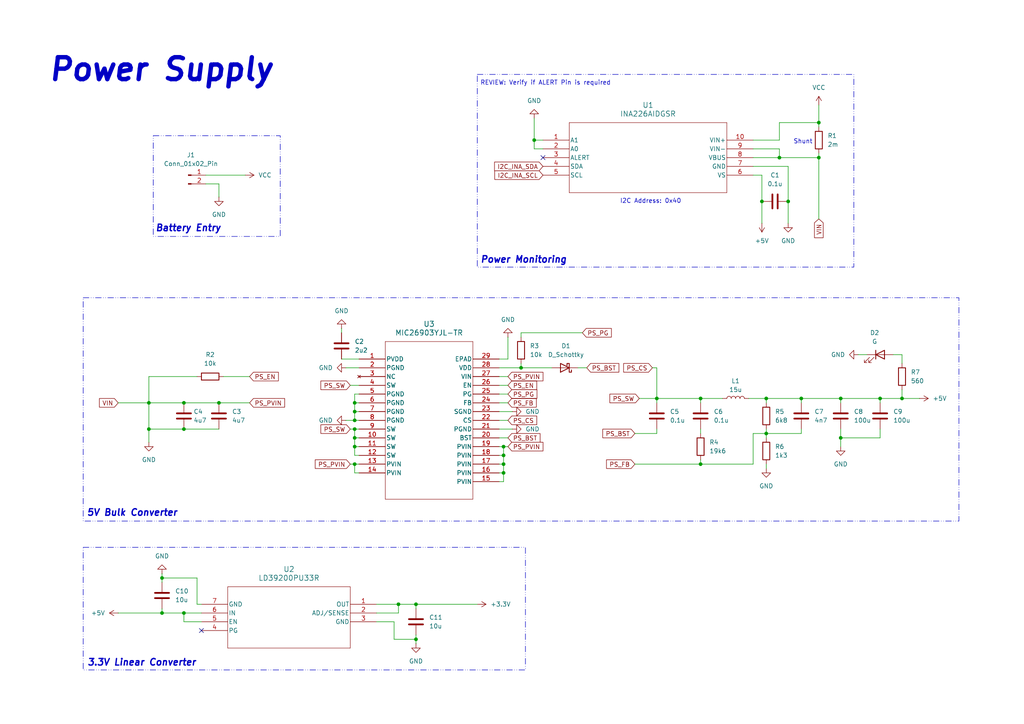
<source format=kicad_sch>
(kicad_sch (version 20250114) (generator "eeschema") (generator_version "9.0")
  (paper "A4")
  (title_block (title "Power Supply") (company "Breno Soares Alves"))
  (lib_symbols
    (symbol "Aircraft_Components:INA226AIDGSR" (pin_names (offset 0.254))
      (property "Reference" "U" (at 30.48 10.16 0))
      (property "Value" "INA226AIDGSR" (at 30.48 7.62 0))
      (symbol "INA226AIDGSR_0_1"
        (polyline (pts (xy 7.62 5.08) (xy 7.62 -15.24)) (stroke (width 0.127)))
        (polyline (pts (xy 7.62 -15.24) (xy 53.34 -15.24)) (stroke (width 0.127)))
        (polyline (pts (xy 53.34 5.08) (xy 7.62 5.08)) (stroke (width 0.127)))
        (polyline (pts (xy 53.34 -15.24) (xy 53.34 5.08)) (stroke (width 0.127)))
        (pin unspecified line (at 0 0 0) (length 7.62) (name "A1") (number "1"))
        (pin unspecified line (at 0 -2.54 0) (length 7.62) (name "A0") (number "2"))
        (pin output line (at 0 -5.08 0) (length 7.62) (name "ALERT") (number "3"))
        (pin bidirectional line (at 0 -7.62 0) (length 7.62) (name "SDA") (number "4"))
        (pin input line (at 0 -10.16 0) (length 7.62) (name "SCL") (number "5"))
        (pin input line (at 60.96 0 180) (length 7.62) (name "VIN+") (number "10"))
        (pin input line (at 60.96 -2.54 180) (length 7.62) (name "VIN-") (number "9"))
        (pin input line (at 60.96 -5.08 180) (length 7.62) (name "VBUS") (number "8"))
        (pin power_in line (at 60.96 -7.62 180) (length 7.62) (name "GND") (number "7"))
        (pin power_in line (at 60.96 -10.16 180) (length 7.62) (name "VS") (number "6"))
      )
    )
    (symbol "Aircraft_Components:LD39200PU33R" (pin_names (offset 0.254))
      (property "Reference" "U" (at 25.4 10.16 0))
      (property "Value" "LD39200PU33R" (at 25.4 7.62 0))
      (symbol "LD39200PU33R_0_1"
        (polyline (pts (xy 7.62 5.08) (xy 7.62 -12.7)) (stroke (width 0.127)))
        (polyline (pts (xy 7.62 -12.7) (xy 43.18 -12.7)) (stroke (width 0.127)))
        (polyline (pts (xy 43.18 5.08) (xy 7.62 5.08)) (stroke (width 0.127)))
        (polyline (pts (xy 43.18 -12.7) (xy 43.18 5.08)) (stroke (width 0.127)))
        (pin output line (at 0 0 0) (length 7.62) (name "OUT") (number "1"))
        (pin unspecified line (at 0 -2.54 0) (length 7.62) (name "ADJ/SENSE") (number "2"))
        (pin power_out line (at 0 -5.08 0) (length 7.62) (name "GND") (number "3"))
        (pin power_out line (at 50.8 0 180) (length 7.62) (name "GND") (number "7"))
        (pin power_in line (at 50.8 -2.54 180) (length 7.62) (name "IN") (number "6"))
        (pin unspecified line (at 50.8 -5.08 180) (length 7.62) (name "EN") (number "5"))
        (pin unspecified line (at 50.8 -7.62 180) (length 7.62) (name "PG") (number "4"))
      )
    )
    (symbol "Aircraft_Components:MIC26903YJL-TR" (pin_names (offset 0.254))
      (property "Reference" "U" (at 20.32 10.16 0))
      (property "Value" "MIC26903YJL-TR" (at 20.32 7.62 0))
      (symbol "MIC26903YJL-TR_0_1"
        (polyline (pts (xy 7.62 5.08) (xy 7.62 -40.64)) (stroke (width 0.127)))
        (polyline (pts (xy 7.62 -40.64) (xy 33.02 -40.64)) (stroke (width 0.127)))
        (polyline (pts (xy 33.02 5.08) (xy 7.62 5.08)) (stroke (width 0.127)))
        (polyline (pts (xy 33.02 -40.64) (xy 33.02 5.08)) (stroke (width 0.127)))
        (pin power_in line (at 0 0 0) (length 7.62) (name "PVDD") (number "1"))
        (pin power_in line (at 0 -2.54 0) (length 7.62) (name "PGND") (number "2"))
        (pin no_connect line (at 0 -5.08 0) (length 7.62) (name "NC") (number "3"))
        (pin output line (at 0 -7.62 0) (length 7.62) (name "SW") (number "4"))
        (pin power_in line (at 0 -10.16 0) (length 7.62) (name "PGND") (number "5"))
        (pin power_in line (at 0 -12.7 0) (length 7.62) (name "PGND") (number "6"))
        (pin power_in line (at 0 -15.24 0) (length 7.62) (name "PGND") (number "7"))
        (pin power_in line (at 0 -17.78 0) (length 7.62) (name "PGND") (number "8"))
        (pin output line (at 0 -20.32 0) (length 7.62) (name "SW") (number "9"))
        (pin output line (at 0 -22.86 0) (length 7.62) (name "SW") (number "10"))
        (pin output line (at 0 -25.4 0) (length 7.62) (name "SW") (number "11"))
        (pin output line (at 0 -27.94 0) (length 7.62) (name "SW") (number "12"))
        (pin input line (at 0 -30.48 0) (length 7.62) (name "PVIN") (number "13"))
        (pin input line (at 0 -33.02 0) (length 7.62) (name "PVIN") (number "14"))
        (pin unspecified line (at 40.64 0 180) (length 7.62) (name "EPAD") (number "29"))
        (pin power_in line (at 40.64 -2.54 180) (length 7.62) (name "VDD") (number "28"))
        (pin input line (at 40.64 -5.08 180) (length 7.62) (name "VIN") (number "27"))
        (pin input line (at 40.64 -7.62 180) (length 7.62) (name "EN") (number "26"))
        (pin output line (at 40.64 -10.16 180) (length 7.62) (name "PG") (number "25"))
        (pin input line (at 40.64 -12.7 180) (length 7.62) (name "FB") (number "24"))
        (pin power_in line (at 40.64 -15.24 180) (length 7.62) (name "SGND") (number "23"))
        (pin input line (at 40.64 -17.78 180) (length 7.62) (name "CS") (number "22"))
        (pin power_in line (at 40.64 -20.32 180) (length 7.62) (name "PGND") (number "21"))
        (pin output line (at 40.64 -22.86 180) (length 7.62) (name "BST") (number "20"))
        (pin input line (at 40.64 -25.4 180) (length 7.62) (name "PVIN") (number "19"))
        (pin input line (at 40.64 -27.94 180) (length 7.62) (name "PVIN") (number "18"))
        (pin input line (at 40.64 -30.48 180) (length 7.62) (name "PVIN") (number "17"))
        (pin input line (at 40.64 -33.02 180) (length 7.62) (name "PVIN") (number "16"))
        (pin input line (at 40.64 -35.56 180) (length 7.62) (name "PVIN") (number "15"))
      )
    )
    (symbol "Connector:Conn_01x02_Pin" (pin_names (offset 1.016) (hide yes))
      (property "Reference" "J" (at 0 2.54 0))
      (property "Value" "Conn_01x02_Pin" (at 0 -5.08 0))
      (symbol "Conn_01x02_Pin_1_1"
        (rectangle (start 0.8636 0.127) (end 0 -0.127) (stroke (width 0.1524)) (fill (type outline)))
        (rectangle (start 0.8636 -2.413) (end 0 -2.667) (stroke (width 0.1524)) (fill (type outline)))
        (polyline (pts (xy 1.27 0) (xy 0.8636 0)) (stroke (width 0.1524)))
        (polyline (pts (xy 1.27 -2.54) (xy 0.8636 -2.54)) (stroke (width 0.1524)))
        (pin passive line (at 5.08 0 180) (length 3.81) (name "Pin_1") (number "1"))
        (pin passive line (at 5.08 -2.54 180) (length 3.81) (name "Pin_2") (number "2"))
      )
    )
    (symbol "Device:C" (pin_numbers (hide yes)) (pin_names (offset 0.254))
      (property "Reference" "C" (at 0.635 2.54 0))
      (property "Value" "C" (at 0.635 -2.54 0))
      (symbol "C_0_1"
        (polyline (pts (xy -2.032 0.762) (xy 2.032 0.762)) (stroke (width 0.508)))
        (polyline (pts (xy -2.032 -0.762) (xy 2.032 -0.762)) (stroke (width 0.508)))
      )
      (symbol "C_1_1"
        (pin passive line (at 0 3.81 270) (length 2.794) (name "~") (number "1"))
        (pin passive line (at 0 -3.81 90) (length 2.794) (name "~") (number "2"))
      )
    )
    (symbol "Device:D_Schottky" (pin_numbers (hide yes)) (pin_names (offset 1.016) (hide yes))
      (property "Reference" "D" (at 0 2.54 0))
      (property "Value" "D_Schottky" (at 0 -2.54 0))
      (symbol "D_Schottky_0_1"
        (polyline (pts (xy -1.905 0.635) (xy -1.905 1.27) (xy -1.27 1.27) (xy -1.27 -1.27) (xy -0.635 -1.27) (xy -0.635 -0.635)) (stroke (width 0.254)))
        (polyline (pts (xy 1.27 1.27) (xy 1.27 -1.27) (xy -1.27 0) (xy 1.27 1.27)) (stroke (width 0.254)))
        (polyline (pts (xy 1.27 0) (xy -1.27 0)))
      )
      (symbol "D_Schottky_1_1"
        (pin passive line (at -3.81 0 0) (length 2.54) (name "K") (number "1"))
        (pin passive line (at 3.81 0 180) (length 2.54) (name "A") (number "2"))
      )
    )
    (symbol "Device:L" (pin_numbers (hide yes)) (pin_names (offset 1.016) (hide yes))
      (property "Reference" "L" (at -1.27 0 90))
      (property "Value" "L" (at 1.905 0 90))
      (symbol "L_0_1"
        (arc (start 0 2.54) (mid 0.6323 1.905) (end 0 1.27))
        (arc (start 0 1.27) (mid 0.6323 0.635) (end 0 0))
        (arc (start 0 0) (mid 0.6323 -0.635) (end 0 -1.27))
        (arc (start 0 -1.27) (mid 0.6323 -1.905) (end 0 -2.54))
      )
      (symbol "L_1_1"
        (pin passive line (at 0 3.81 270) (length 1.27) (name "1") (number "1"))
        (pin passive line (at 0 -3.81 90) (length 1.27) (name "2") (number "2"))
      )
    )
    (symbol "Device:LED" (pin_numbers (hide yes)) (pin_names (offset 1.016) (hide yes))
      (property "Reference" "D" (at 0 2.54 0))
      (property "Value" "LED" (at 0 -2.54 0))
      (symbol "LED_0_1"
        (polyline (pts (xy -3.048 -0.762) (xy -4.572 -2.286) (xy -3.81 -2.286) (xy -4.572 -2.286) (xy -4.572 -1.524)))
        (polyline (pts (xy -1.778 -0.762) (xy -3.302 -2.286) (xy -2.54 -2.286) (xy -3.302 -2.286) (xy -3.302 -1.524)))
        (polyline (pts (xy -1.27 0) (xy 1.27 0)))
        (polyline (pts (xy -1.27 -1.27) (xy -1.27 1.27)) (stroke (width 0.254)))
        (polyline (pts (xy 1.27 -1.27) (xy 1.27 1.27) (xy -1.27 0) (xy 1.27 -1.27)) (stroke (width 0.254)))
      )
      (symbol "LED_1_1"
        (pin passive line (at -3.81 0 0) (length 2.54) (name "K") (number "1"))
        (pin passive line (at 3.81 0 180) (length 2.54) (name "A") (number "2"))
      )
    )
    (symbol "Device:R" (pin_numbers (hide yes)) (pin_names (offset 0))
      (property "Reference" "R" (at 2.032 0 90))
      (property "Value" "R" (at 0 0 90))
      (symbol "R_0_1"
        (rectangle (start -1.016 -2.54) (end 1.016 2.54) (stroke (width 0.254)))
      )
      (symbol "R_1_1"
        (pin passive line (at 0 3.81 270) (length 1.27) (name "~") (number "1"))
        (pin passive line (at 0 -3.81 90) (length 1.27) (name "~") (number "2"))
      )
    )
    (symbol "power:+3.3V" (power) (pin_numbers (hide yes)) (pin_names (offset 0) (hide yes))
      (property "Value" "+3.3V" (at 0 3.556 0))
      (symbol "+3.3V_0_1"
        (polyline (pts (xy -0.762 1.27) (xy 0 2.54)))
        (polyline (pts (xy 0 2.54) (xy 0.762 1.27)))
        (polyline (pts (xy 0 0) (xy 0 2.54)))
      )
      (symbol "+3.3V_1_1"
        (pin power_in line (at 0 0 90) (length 0) (name "~") (number "1"))
      )
    )
    (symbol "power:+5V" (power) (pin_numbers (hide yes)) (pin_names (offset 0) (hide yes))
      (property "Value" "+5V" (at 0 3.556 0))
      (symbol "+5V_0_1"
        (polyline (pts (xy -0.762 1.27) (xy 0 2.54)))
        (polyline (pts (xy 0 2.54) (xy 0.762 1.27)))
        (polyline (pts (xy 0 0) (xy 0 2.54)))
      )
      (symbol "+5V_1_1"
        (pin power_in line (at 0 0 90) (length 0) (name "~") (number "1"))
      )
    )
    (symbol "power:GND" (power) (pin_numbers (hide yes)) (pin_names (offset 0) (hide yes))
      (property "Value" "GND" (at 0 -3.81 0))
      (symbol "GND_0_1"
        (polyline (pts (xy 0 0) (xy 0 -1.27) (xy 1.27 -1.27) (xy 0 -2.54) (xy -1.27 -1.27) (xy 0 -1.27)))
      )
      (symbol "GND_1_1"
        (pin power_in line (at 0 0 270) (length 0) (name "~") (number "1"))
      )
    )
    (symbol "power:VCC" (power) (pin_numbers (hide yes)) (pin_names (offset 0) (hide yes))
      (property "Value" "VCC" (at 0 3.556 0))
      (symbol "VCC_0_1"
        (polyline (pts (xy -0.762 1.27) (xy 0 2.54)))
        (polyline (pts (xy 0 2.54) (xy 0.762 1.27)))
        (polyline (pts (xy 0 0) (xy 0 2.54)))
      )
      (symbol "VCC_1_1"
        (pin power_in line (at 0 0 90) (length 0) (name "~") (number "1"))
      )
    )
  )
  (rectangle (start 24.13 86.36) (end 278.13 151.13) (stroke (width 0) (type dash_dot_dot)))
  (rectangle (start 138.43 21.59) (end 247.65 77.47) (stroke (width 0) (type dash_dot_dot)))
  (rectangle (start 44.45 39.37) (end 81.28 68.58) (stroke (width 0) (type dash_dot_dot)))
  (rectangle (start 24.13 158.75) (end 152.4 194.31) (stroke (width 0) (type dash_dot_dot)))
  (text "3.3V Linear Converter" (at 41.148 192.278 0) (effects (font (size 1.905 1.905) (thickness 0.381) (bold yes) (italic yes))))
  (text "Power Supply" (at 46.736 20.32 0) (effects (font (size 6.35 6.35) (thickness 1.27) (bold yes) (italic yes))))
  (text "REVIEW: Verify if ALERT Pin is required" (at 158.242 24.13 0) (effects (font (size 1.27 1.27))))
  (text "Power Monitoring" (at 151.892 75.438 0) (effects (font (size 1.905 1.905) (thickness 0.381) (bold yes) (italic yes))))
  (text "Shunt" (at 232.918 41.148 0) (effects (font (size 1.27 1.27))))
  (text "5V Bulk Converter" (at 38.354 148.844 0) (effects (font (size 1.905 1.905) (thickness 0.381) (bold yes) (italic yes))))
  (text "I2C Address: 0x40" (at 188.722 58.42 0) (effects (font (size 1.27 1.27))))
  (text "Battery Entry" (at 54.61 66.294 0) (effects (font (size 1.905 1.905) (thickness 0.381) (bold yes) (italic yes))))
  (junction (at 151.13 106.68))
  (junction (at 53.34 124.46))
  (junction (at 222.25 125.73))
  (junction (at 243.84 115.57))
  (junction (at 46.99 177.8))
  (junction (at 203.2 115.57))
  (junction (at 226.06 45.72))
  (junction (at 222.25 115.57))
  (junction (at 146.05 137.16))
  (junction (at 146.05 132.08))
  (junction (at 53.34 116.84))
  (junction (at 102.87 124.46))
  (junction (at 102.87 129.54))
  (junction (at 63.5 116.84))
  (junction (at 46.99 167.64))
  (junction (at 43.18 116.84))
  (junction (at 102.87 119.38))
  (junction (at 261.62 115.57))
  (junction (at 43.18 124.46))
  (junction (at 220.98 58.42))
  (junction (at 120.65 185.42))
  (junction (at 115.57 175.26))
  (junction (at 146.05 129.54))
  (junction (at 190.5 115.57))
  (junction (at 102.87 134.62))
  (junction (at 228.6 58.42))
  (junction (at 243.84 127))
  (junction (at 102.87 121.92))
  (junction (at 102.87 127))
  (junction (at 237.49 35.56))
  (junction (at 154.94 40.64))
  (junction (at 53.34 177.8))
  (junction (at 232.41 115.57))
  (junction (at 237.49 45.72))
  (junction (at 203.2 134.62))
  (junction (at 255.27 115.57))
  (junction (at 146.05 134.62))
  (junction (at 102.87 116.84))
  (junction (at 120.65 175.26))
  (no_connect (at 157.48 45.72))
  (no_connect (at 58.42 182.88))
  (wire (pts (xy 151.13 96.52) (xy 168.91 96.52)))
  (wire (pts (xy 109.22 177.8) (xy 115.57 177.8)))
  (wire (pts (xy 226.06 45.72) (xy 226.06 43.18)))
  (wire (pts (xy 102.87 114.3) (xy 104.14 114.3)))
  (wire (pts (xy 184.15 134.62) (xy 203.2 134.62)))
  (wire (pts (xy 102.87 121.92) (xy 104.14 121.92)))
  (wire (pts (xy 243.84 127) (xy 255.27 127)))
  (wire (pts (xy 147.32 129.54) (xy 146.05 129.54)))
  (wire (pts (xy 64.77 109.22) (xy 72.39 109.22)))
  (wire (pts (xy 147.32 111.76) (xy 144.78 111.76)))
  (wire (pts (xy 151.13 105.41) (xy 151.13 106.68)))
  (wire (pts (xy 102.87 119.38) (xy 104.14 119.38)))
  (wire (pts (xy 57.15 175.26) (xy 57.15 167.64)))
  (wire (pts (xy 102.87 119.38) (xy 102.87 116.84)))
  (wire (pts (xy 255.27 115.57) (xy 255.27 116.84)))
  (wire (pts (xy 147.32 116.84) (xy 144.78 116.84)))
  (wire (pts (xy 243.84 124.46) (xy 243.84 127)))
  (wire (pts (xy 63.5 116.84) (xy 72.39 116.84)))
  (wire (pts (xy 190.5 125.73) (xy 190.5 124.46)))
  (wire (pts (xy 147.32 114.3) (xy 144.78 114.3)))
  (wire (pts (xy 46.99 166.37) (xy 46.99 167.64)))
  (wire (pts (xy 43.18 116.84) (xy 43.18 124.46)))
  (wire (pts (xy 232.41 115.57) (xy 232.41 116.84)))
  (wire (pts (xy 102.87 116.84) (xy 102.87 114.3)))
  (wire (pts (xy 46.99 176.53) (xy 46.99 177.8)))
  (wire (pts (xy 102.87 137.16) (xy 104.14 137.16)))
  (wire (pts (xy 101.6 134.62) (xy 102.87 134.62)))
  (wire (pts (xy 226.06 35.56) (xy 226.06 40.64)))
  (wire (pts (xy 144.78 134.62) (xy 146.05 134.62)))
  (wire (pts (xy 58.42 175.26) (xy 57.15 175.26)))
  (wire (pts (xy 120.65 185.42) (xy 120.65 186.69)))
  (wire (pts (xy 53.34 116.84) (xy 43.18 116.84)))
  (wire (pts (xy 43.18 124.46) (xy 43.18 128.27)))
  (wire (pts (xy 222.25 125.73) (xy 222.25 124.46)))
  (wire (pts (xy 261.62 113.03) (xy 261.62 115.57)))
  (wire (pts (xy 146.05 129.54) (xy 144.78 129.54)))
  (wire (pts (xy 203.2 115.57) (xy 209.55 115.57)))
  (wire (pts (xy 109.22 175.26) (xy 115.57 175.26)))
  (wire (pts (xy 120.65 185.42) (xy 120.65 184.15)))
  (wire (pts (xy 226.06 43.18) (xy 218.44 43.18)))
  (wire (pts (xy 218.44 125.73) (xy 222.25 125.73)))
  (wire (pts (xy 220.98 58.42) (xy 220.98 64.77)))
  (wire (pts (xy 102.87 116.84) (xy 104.14 116.84)))
  (wire (pts (xy 203.2 134.62) (xy 203.2 133.35)))
  (wire (pts (xy 261.62 115.57) (xy 266.7 115.57)))
  (wire (pts (xy 120.65 175.26) (xy 120.65 176.53)))
  (wire (pts (xy 46.99 177.8) (xy 53.34 177.8)))
  (wire (pts (xy 146.05 134.62) (xy 146.05 132.08)))
  (wire (pts (xy 114.3 180.34) (xy 114.3 185.42)))
  (wire (pts (xy 34.29 116.84) (xy 43.18 116.84)))
  (wire (pts (xy 53.34 124.46) (xy 63.5 124.46)))
  (wire (pts (xy 203.2 115.57) (xy 203.2 116.84)))
  (wire (pts (xy 261.62 102.87) (xy 261.62 105.41)))
  (wire (pts (xy 144.78 104.14) (xy 147.32 104.14)))
  (wire (pts (xy 157.48 40.64) (xy 154.94 40.64)))
  (wire (pts (xy 63.5 53.34) (xy 63.5 57.15)))
  (wire (pts (xy 102.87 129.54) (xy 104.14 129.54)))
  (wire (pts (xy 147.32 109.22) (xy 144.78 109.22)))
  (wire (pts (xy 255.27 115.57) (xy 261.62 115.57)))
  (wire (pts (xy 46.99 167.64) (xy 46.99 168.91)))
  (wire (pts (xy 228.6 58.42) (xy 228.6 64.77)))
  (wire (pts (xy 237.49 35.56) (xy 237.49 36.83)))
  (wire (pts (xy 190.5 115.57) (xy 190.5 106.68)))
  (wire (pts (xy 222.25 115.57) (xy 222.25 116.84)))
  (wire (pts (xy 222.25 134.62) (xy 222.25 135.89)))
  (wire (pts (xy 120.65 175.26) (xy 138.43 175.26)))
  (wire (pts (xy 102.87 127) (xy 104.14 127)))
  (wire (pts (xy 243.84 127) (xy 243.84 129.54)))
  (wire (pts (xy 220.98 58.42) (xy 220.98 50.8)))
  (wire (pts (xy 57.15 167.64) (xy 46.99 167.64)))
  (wire (pts (xy 237.49 45.72) (xy 226.06 45.72)))
  (wire (pts (xy 255.27 127) (xy 255.27 124.46)))
  (wire (pts (xy 248.92 102.87) (xy 251.46 102.87)))
  (wire (pts (xy 101.6 111.76) (xy 104.14 111.76)))
  (wire (pts (xy 144.78 106.68) (xy 151.13 106.68)))
  (wire (pts (xy 222.25 125.73) (xy 222.25 127)))
  (wire (pts (xy 104.14 132.08) (xy 102.87 132.08)))
  (wire (pts (xy 146.05 132.08) (xy 146.05 129.54)))
  (wire (pts (xy 34.29 177.8) (xy 46.99 177.8)))
  (wire (pts (xy 190.5 115.57) (xy 190.5 116.84)))
  (wire (pts (xy 232.41 125.73) (xy 232.41 124.46)))
  (wire (pts (xy 99.06 95.25) (xy 99.06 96.52)))
  (wire (pts (xy 102.87 129.54) (xy 102.87 127)))
  (wire (pts (xy 185.42 115.57) (xy 190.5 115.57)))
  (wire (pts (xy 109.22 180.34) (xy 114.3 180.34)))
  (wire (pts (xy 154.94 43.18) (xy 154.94 40.64)))
  (wire (pts (xy 147.32 127) (xy 144.78 127)))
  (wire (pts (xy 237.49 45.72) (xy 237.49 63.5)))
  (wire (pts (xy 190.5 106.68) (xy 189.23 106.68)))
  (wire (pts (xy 237.49 44.45) (xy 237.49 45.72)))
  (wire (pts (xy 222.25 125.73) (xy 232.41 125.73)))
  (wire (pts (xy 217.17 115.57) (xy 222.25 115.57)))
  (wire (pts (xy 157.48 43.18) (xy 154.94 43.18)))
  (wire (pts (xy 144.78 132.08) (xy 146.05 132.08)))
  (wire (pts (xy 184.15 125.73) (xy 190.5 125.73)))
  (wire (pts (xy 151.13 97.79) (xy 151.13 96.52)))
  (wire (pts (xy 237.49 30.48) (xy 237.49 35.56)))
  (wire (pts (xy 218.44 134.62) (xy 218.44 125.73)))
  (wire (pts (xy 102.87 132.08) (xy 102.87 129.54)))
  (wire (pts (xy 259.08 102.87) (xy 261.62 102.87)))
  (wire (pts (xy 237.49 35.56) (xy 226.06 35.56)))
  (wire (pts (xy 222.25 115.57) (xy 232.41 115.57)))
  (wire (pts (xy 43.18 109.22) (xy 57.15 109.22)))
  (wire (pts (xy 226.06 40.64) (xy 218.44 40.64)))
  (wire (pts (xy 147.32 104.14) (xy 147.32 97.79)))
  (wire (pts (xy 53.34 116.84) (xy 63.5 116.84)))
  (wire (pts (xy 232.41 115.57) (xy 243.84 115.57)))
  (wire (pts (xy 102.87 121.92) (xy 102.87 119.38)))
  (wire (pts (xy 243.84 115.57) (xy 255.27 115.57)))
  (wire (pts (xy 99.06 104.14) (xy 104.14 104.14)))
  (wire (pts (xy 58.42 180.34) (xy 53.34 180.34)))
  (wire (pts (xy 115.57 177.8) (xy 115.57 175.26)))
  (wire (pts (xy 228.6 48.26) (xy 218.44 48.26)))
  (wire (pts (xy 190.5 115.57) (xy 203.2 115.57)))
  (wire (pts (xy 144.78 137.16) (xy 146.05 137.16)))
  (wire (pts (xy 53.34 180.34) (xy 53.34 177.8)))
  (wire (pts (xy 102.87 134.62) (xy 102.87 137.16)))
  (wire (pts (xy 228.6 58.42) (xy 228.6 48.26)))
  (wire (pts (xy 102.87 127) (xy 102.87 124.46)))
  (wire (pts (xy 114.3 185.42) (xy 120.65 185.42)))
  (wire (pts (xy 147.32 121.92) (xy 144.78 121.92)))
  (wire (pts (xy 203.2 134.62) (xy 218.44 134.62)))
  (wire (pts (xy 146.05 139.7) (xy 146.05 137.16)))
  (wire (pts (xy 144.78 139.7) (xy 146.05 139.7)))
  (wire (pts (xy 100.33 106.68) (xy 104.14 106.68)))
  (wire (pts (xy 102.87 134.62) (xy 104.14 134.62)))
  (wire (pts (xy 100.33 121.92) (xy 102.87 121.92)))
  (wire (pts (xy 53.34 177.8) (xy 58.42 177.8)))
  (wire (pts (xy 102.87 124.46) (xy 104.14 124.46)))
  (wire (pts (xy 144.78 119.38) (xy 148.59 119.38)))
  (wire (pts (xy 115.57 175.26) (xy 120.65 175.26)))
  (wire (pts (xy 218.44 45.72) (xy 226.06 45.72)))
  (wire (pts (xy 43.18 124.46) (xy 53.34 124.46)))
  (wire (pts (xy 167.64 106.68) (xy 170.18 106.68)))
  (wire (pts (xy 101.6 124.46) (xy 102.87 124.46)))
  (wire (pts (xy 146.05 137.16) (xy 146.05 134.62)))
  (wire (pts (xy 43.18 116.84) (xy 43.18 109.22)))
  (wire (pts (xy 203.2 124.46) (xy 203.2 125.73)))
  (wire (pts (xy 59.69 50.8) (xy 71.12 50.8)))
  (wire (pts (xy 151.13 106.68) (xy 160.02 106.68)))
  (wire (pts (xy 59.69 53.34) (xy 63.5 53.34)))
  (wire (pts (xy 220.98 50.8) (xy 218.44 50.8)))
  (wire (pts (xy 243.84 115.57) (xy 243.84 116.84)))
  (wire (pts (xy 154.94 40.64) (xy 154.94 34.29)))
  (wire (pts (xy 144.78 124.46) (xy 148.59 124.46)))
  (global_label "PS_PVIN" (shape input) (at 101.6 134.62 180) (property "Intersheetrefs" "${INTERSHEET_REFS}" (effects (hide yes))))
  (global_label "PS_BST" (shape input) (at 147.32 127 0) (property "Intersheetrefs" "${INTERSHEET_REFS}" (effects (hide yes))))
  (global_label "PS_CS" (shape input) (at 189.23 106.68 180) (property "Intersheetrefs" "${INTERSHEET_REFS}" (effects (hide yes))))
  (global_label "PS_EN" (shape input) (at 147.32 111.76 0) (property "Intersheetrefs" "${INTERSHEET_REFS}" (effects (hide yes))))
  (global_label "VIN" (shape input) (at 34.29 116.84 180) (property "Intersheetrefs" "${INTERSHEET_REFS}" (effects (hide yes))))
  (global_label "I2C_INA_SDA" (shape input) (at 157.48 48.26 180) (property "Intersheetrefs" "${INTERSHEET_REFS}" (effects (hide yes))))
  (global_label "I2C_INA_SCL" (shape input) (at 157.48 50.8 180) (property "Intersheetrefs" "${INTERSHEET_REFS}" (effects (hide yes))))
  (global_label "PS_PVIN" (shape input) (at 147.32 129.54 0) (property "Intersheetrefs" "${INTERSHEET_REFS}" (effects (hide yes))))
  (global_label "PS_BST" (shape input) (at 184.15 125.73 180) (property "Intersheetrefs" "${INTERSHEET_REFS}" (effects (hide yes))))
  (global_label "PS_SW" (shape input) (at 185.42 115.57 180) (property "Intersheetrefs" "${INTERSHEET_REFS}" (effects (hide yes))))
  (global_label "PS_CS" (shape input) (at 147.32 121.92 0) (property "Intersheetrefs" "${INTERSHEET_REFS}" (effects (hide yes))))
  (global_label "PS_SW" (shape input) (at 101.6 124.46 180) (property "Intersheetrefs" "${INTERSHEET_REFS}" (effects (hide yes))))
  (global_label "PS_PVIN" (shape input) (at 72.39 116.84 0) (property "Intersheetrefs" "${INTERSHEET_REFS}" (effects (hide yes))))
  (global_label "PS_BST" (shape input) (at 170.18 106.68 0) (property "Intersheetrefs" "${INTERSHEET_REFS}" (effects (hide yes))))
  (global_label "PS_PG" (shape input) (at 147.32 114.3 0) (property "Intersheetrefs" "${INTERSHEET_REFS}" (effects (hide yes))))
  (global_label "PS_SW" (shape input) (at 101.6 111.76 180) (property "Intersheetrefs" "${INTERSHEET_REFS}" (effects (hide yes))))
  (global_label "PS_EN" (shape input) (at 72.39 109.22 0) (property "Intersheetrefs" "${INTERSHEET_REFS}" (effects (hide yes))))
  (global_label "PS_PVIN" (shape input) (at 147.32 109.22 0) (property "Intersheetrefs" "${INTERSHEET_REFS}" (effects (hide yes))))
  (global_label "PS_PG" (shape input) (at 168.91 96.52 0) (property "Intersheetrefs" "${INTERSHEET_REFS}" (effects (hide yes))))
  (global_label "VIN" (shape input) (at 237.49 63.5 270) (property "Intersheetrefs" "${INTERSHEET_REFS}" (effects (hide yes))))
  (global_label "PS_FB" (shape input) (at 147.32 116.84 0) (property "Intersheetrefs" "${INTERSHEET_REFS}" (effects (hide yes))))
  (global_label "PS_FB" (shape input) (at 184.15 134.62 180) (property "Intersheetrefs" "${INTERSHEET_REFS}" (effects (hide yes))))
  (symbol (lib_id "power:GND") (at 222.25 135.89 0) (unit 1)
    (property "Reference" "#PWR015" (effects (hide yes)))
    (property "Value" "GND" (at 222.25 140.97 0))
    (property "Description" "Power symbol creates a global label with name \"GND\" , ground" (effects (hide yes)))
  )
  (symbol (lib_id "power:GND") (at 154.94 34.29 180) (unit 1)
    (property "Reference" "#PWR04" (effects (hide yes)))
    (property "Value" "GND" (at 154.94 29.21 0))
    (property "Description" "Power symbol creates a global label with name \"GND\" , ground" (effects (hide yes)))
  )
  (symbol (lib_id "power:GND") (at 43.18 128.27 0) (unit 1)
    (property "Reference" "#PWR012" (effects (hide yes)))
    (property "Value" "GND" (at 43.18 133.35 0))
    (property "Description" "Power symbol creates a global label with name \"GND\" , ground" (effects (hide yes)))
  )
  (symbol (lib_id "Device:C") (at 99.06 100.33 0) (unit 1)
    (property "Reference" "C2" (at 102.87 99.0599 0) (effects (justify left)))
    (property "Value" "2u2" (at 102.87 101.5999 0) (effects (justify left)))
    (property "Description" "Unpolarized capacitor" (effects (hide yes)))
  )
  (symbol (lib_id "power:VCC") (at 71.12 50.8 270) (unit 1)
    (property "Reference" "#PWR05" (effects (hide yes)))
    (property "Value" "VCC" (at 74.93 50.7999 90) (effects (justify left)))
    (property "Description" "Power symbol creates a global label with name \"VCC\"" (effects (hide yes)))
  )
  (symbol (lib_id "Device:R") (at 222.25 120.65 0) (unit 1)
    (property "Reference" "R5" (at 224.79 119.3799 0) (effects (justify left)))
    (property "Value" "6k8" (at 224.79 121.9199 0) (effects (justify left)))
    (property "Description" "Resistor" (effects (hide yes)))
  )
  (symbol (lib_id "Connector:Conn_01x02_Pin") (at 54.61 50.8 0) (unit 1)
    (property "Reference" "J1" (at 55.372 44.958 0))
    (property "Value" "Conn_01x02_Pin" (at 55.372 47.498 0))
    (property "Description" "Generic connector, single row, 01x02, script generated" (effects (hide yes)))
  )
  (symbol (lib_id "power:GND") (at 228.6 64.77 0) (unit 1)
    (property "Reference" "#PWR07" (effects (hide yes)))
    (property "Value" "GND" (at 228.6 69.85 0))
    (property "Description" "Power symbol creates a global label with name \"GND\" , ground" (effects (hide yes)))
  )
  (symbol (lib_id "Device:LED") (at 255.27 102.87 0) (unit 1)
    (property "Reference" "D2" (at 253.6825 96.52 0))
    (property "Value" "G" (at 253.6825 99.06 0))
    (property "Description" "Light emitting diode" (effects (hide yes)))
    (property "Sim.Pins" "1=K 2=A" (effects (hide yes)))
  )
  (symbol (lib_id "power:GND") (at 248.92 102.87 270) (unit 1)
    (property "Reference" "#PWR018" (effects (hide yes)))
    (property "Value" "GND" (at 245.11 102.8699 90) (effects (justify right)))
    (property "Description" "Power symbol creates a global label with name \"GND\" , ground" (effects (hide yes)))
  )
  (symbol (lib_id "Device:R") (at 60.96 109.22 90) (unit 1)
    (property "Reference" "R2" (at 60.96 102.87 90))
    (property "Value" "10k" (at 60.96 105.41 90))
    (property "Description" "Resistor" (effects (hide yes)))
  )
  (symbol (lib_id "Device:C") (at 243.84 120.65 0) (unit 1)
    (property "Reference" "C8" (at 247.65 119.3799 0) (effects (justify left)))
    (property "Value" "100u" (at 247.65 121.9199 0) (effects (justify left)))
    (property "Description" "Unpolarized capacitor" (effects (hide yes)))
  )
  (symbol (lib_id "Device:C") (at 120.65 180.34 0) (unit 1)
    (property "Reference" "C11" (at 124.46 179.0699 0) (effects (justify left)))
    (property "Value" "10u" (at 124.46 181.6099 0) (effects (justify left)))
    (property "Description" "Unpolarized capacitor" (effects (hide yes)))
  )
  (symbol (lib_id "Device:D_Schottky") (at 163.83 106.68 180) (unit 1)
    (property "Reference" "D1" (at 164.1475 100.33 0))
    (property "Value" "D_Schottky" (at 164.1475 102.87 0))
    (property "Description" "Schottky diode" (effects (hide yes)))
  )
  (symbol (lib_id "Device:R") (at 222.25 130.81 0) (unit 1)
    (property "Reference" "R6" (at 224.79 129.5399 0) (effects (justify left)))
    (property "Value" "1k3" (at 224.79 132.0799 0) (effects (justify left)))
    (property "Description" "Resistor" (effects (hide yes)))
  )
  (symbol (lib_id "Device:R") (at 261.62 109.22 0) (unit 1)
    (property "Reference" "R7" (at 264.16 107.9499 0) (effects (justify left)))
    (property "Value" "560" (at 264.16 110.4899 0) (effects (justify left)))
    (property "Description" "Resistor" (effects (hide yes)))
  )
  (symbol (lib_id "Device:R") (at 151.13 101.6 0) (unit 1)
    (property "Reference" "R3" (at 153.67 100.3299 0) (effects (justify left)))
    (property "Value" "10k" (at 153.67 102.8699 0) (effects (justify left)))
    (property "Description" "Resistor" (effects (hide yes)))
  )
  (symbol (lib_id "power:GND") (at 99.06 95.25 180) (unit 1)
    (property "Reference" "#PWR08" (effects (hide yes)))
    (property "Value" "GND" (at 99.06 90.17 0))
    (property "Description" "Power symbol creates a global label with name \"GND\" , ground" (effects (hide yes)))
  )
  (symbol (lib_id "power:GND") (at 120.65 186.69 0) (unit 1)
    (property "Reference" "#PWR020" (effects (hide yes)))
    (property "Value" "GND" (at 120.65 191.77 0))
    (property "Description" "Power symbol creates a global label with name \"GND\" , ground" (effects (hide yes)))
  )
  (symbol (lib_id "power:GND") (at 100.33 121.92 270) (unit 1)
    (property "Reference" "#PWR09" (effects (hide yes)))
    (property "Value" "GND" (at 96.52 121.9199 90) (effects (justify right)))
    (property "Description" "Power symbol creates a global label with name \"GND\" , ground" (effects (hide yes)))
  )
  (symbol (lib_id "Aircraft_Components:MIC26903YJL-TR") (at 104.14 104.14 0) (unit 1)
    (property "Reference" "U3" (at 124.46 93.98 0) (effects (font (size 1.524 1.524))))
    (property "Value" "MIC26903YJL-TR" (at 124.46 96.52 0) (effects (font (size 1.524 1.524))))
    (property "Footprint" "MLF28_5X6_MCH" (effects (hide yes)))
    (property "Datasheet" "MIC26903YJL-TR" (effects (hide yes)))
  )
  (symbol (lib_id "power:+5V") (at 220.98 64.77 180) (unit 1)
    (property "Reference" "#PWR02" (effects (hide yes)))
    (property "Value" "+5V" (at 220.98 69.85 0))
    (property "Description" "Power symbol creates a global label with name \"+5V\"" (effects (hide yes)))
  )
  (symbol (lib_id "power:VCC") (at 237.49 30.48 0) (unit 1)
    (property "Reference" "#PWR06" (effects (hide yes)))
    (property "Value" "VCC" (at 237.49 25.4 0))
    (property "Description" "Power symbol creates a global label with name \"VCC\"" (effects (hide yes)))
  )
  (symbol (lib_id "Device:R") (at 203.2 129.54 180) (unit 1)
    (property "Reference" "R4" (at 205.74 128.2699 0) (effects (justify right)))
    (property "Value" "19k6" (at 205.74 130.8099 0) (effects (justify right)))
    (property "Description" "Resistor" (effects (hide yes)))
  )
  (symbol (lib_id "Device:R") (at 237.49 40.64 180) (unit 1)
    (property "Reference" "R1" (at 240.03 39.3699 0) (effects (justify right)))
    (property "Value" "2m" (at 240.03 41.9099 0) (effects (justify right)))
    (property "Description" "Resistor" (effects (hide yes)))
  )
  (symbol (lib_id "power:+5V") (at 266.7 115.57 270) (unit 1)
    (property "Reference" "#PWR016" (effects (hide yes)))
    (property "Value" "+5V" (at 270.51 115.5699 90) (effects (justify left)))
    (property "Description" "Power symbol creates a global label with name \"+5V\"" (effects (hide yes)))
  )
  (symbol (lib_id "Aircraft_Components:INA226AIDGSR") (at 157.48 40.64 0) (unit 1)
    (property "Reference" "U1" (at 187.96 30.48 0) (effects (font (size 1.524 1.524))))
    (property "Value" "INA226AIDGSR" (at 187.96 33.02 0) (effects (font (size 1.524 1.524))))
    (property "Footprint" "DGS10" (effects (hide yes)))
    (property "Datasheet" "https://www.ti.com/lit/gpn/ina226" (effects (hide yes)))
  )
  (symbol (lib_id "power:GND") (at 243.84 129.54 0) (unit 1)
    (property "Reference" "#PWR017" (effects (hide yes)))
    (property "Value" "GND" (at 243.84 134.62 0))
    (property "Description" "Power symbol creates a global label with name \"GND\" , ground" (effects (hide yes)))
  )
  (symbol (lib_id "power:GND") (at 148.59 124.46 90) (unit 1)
    (property "Reference" "#PWR011" (effects (hide yes)))
    (property "Value" "GND" (at 152.4 124.4599 90) (effects (justify right)))
    (property "Description" "Power symbol creates a global label with name \"GND\" , ground" (effects (hide yes)))
  )
  (symbol (lib_id "power:GND") (at 46.99 166.37 180) (unit 1)
    (property "Reference" "#PWR019" (effects (hide yes)))
    (property "Value" "GND" (at 46.99 161.29 0))
    (property "Description" "Power symbol creates a global label with name \"GND\" , ground" (effects (hide yes)))
  )
  (symbol (lib_id "Device:L") (at 213.36 115.57 90) (unit 1)
    (property "Reference" "L1" (at 213.36 110.49 90))
    (property "Value" "15u" (at 213.36 113.03 90))
    (property "Description" "Inductor" (effects (hide yes)))
  )
  (symbol (lib_id "power:+3.3V") (at 138.43 175.26 270) (unit 1)
    (property "Reference" "#PWR03" (effects (hide yes)))
    (property "Value" "+3.3V" (at 142.24 175.2599 90) (effects (justify left)))
    (property "Description" "Power symbol creates a global label with name \"+3.3V\"" (effects (hide yes)))
  )
  (symbol (lib_id "Device:C") (at 63.5 120.65 0) (unit 1)
    (property "Reference" "C3" (at 67.31 119.3799 0) (effects (justify left)))
    (property "Value" "4u7" (at 67.31 121.9199 0) (effects (justify left)))
    (property "Description" "Unpolarized capacitor" (effects (hide yes)))
  )
  (symbol (lib_id "power:GND") (at 63.5 57.15 0) (unit 1)
    (property "Reference" "#PWR01" (effects (hide yes)))
    (property "Value" "GND" (at 63.5 62.23 0))
    (property "Description" "Power symbol creates a global label with name \"GND\" , ground" (effects (hide yes)))
  )
  (symbol (lib_id "power:GND") (at 148.59 119.38 90) (unit 1)
    (property "Reference" "#PWR013" (effects (hide yes)))
    (property "Value" "GND" (at 152.4 119.3799 90) (effects (justify right)))
    (property "Description" "Power symbol creates a global label with name \"GND\" , ground" (effects (hide yes)))
  )
  (symbol (lib_id "Device:C") (at 232.41 120.65 0) (unit 1)
    (property "Reference" "C7" (at 236.22 119.3799 0) (effects (justify left)))
    (property "Value" "4n7" (at 236.22 121.9199 0) (effects (justify left)))
    (property "Description" "Unpolarized capacitor" (effects (hide yes)))
  )
  (symbol (lib_id "power:GND") (at 147.32 97.79 180) (unit 1)
    (property "Reference" "#PWR014" (effects (hide yes)))
    (property "Value" "GND" (at 147.32 92.71 0))
    (property "Description" "Power symbol creates a global label with name \"GND\" , ground" (effects (hide yes)))
  )
  (symbol (lib_id "Device:C") (at 53.34 120.65 0) (unit 1)
    (property "Reference" "C4" (at 56.134 119.38 0) (effects (justify left)))
    (property "Value" "4u7" (at 56.134 121.92 0) (effects (justify left)))
    (property "Description" "Unpolarized capacitor" (effects (hide yes)))
  )
  (symbol (lib_id "power:+5V") (at 34.29 177.8 90) (unit 1)
    (property "Reference" "#PWR021" (effects (hide yes)))
    (property "Value" "+5V" (at 30.48 177.7999 90) (effects (justify left)))
    (property "Description" "Power symbol creates a global label with name \"+5V\"" (effects (hide yes)))
  )
  (symbol (lib_id "Device:C") (at 203.2 120.65 0) (unit 1)
    (property "Reference" "C6" (at 207.01 119.3799 0) (effects (justify left)))
    (property "Value" "0.1u" (at 207.01 121.9199 0) (effects (justify left)))
    (property "Description" "Unpolarized capacitor" (effects (hide yes)))
  )
  (symbol (lib_id "Device:C") (at 255.27 120.65 0) (unit 1)
    (property "Reference" "C9" (at 259.08 119.3799 0) (effects (justify left)))
    (property "Value" "100u" (at 259.08 121.9199 0) (effects (justify left)))
    (property "Description" "Unpolarized capacitor" (effects (hide yes)))
  )
  (symbol (lib_id "Device:C") (at 224.79 58.42 270) (unit 1)
    (property "Reference" "C1" (at 224.79 50.8 90))
    (property "Value" "0.1u" (at 224.79 53.34 90))
    (property "Description" "Unpolarized capacitor" (effects (hide yes)))
  )
  (symbol (lib_id "Device:C") (at 190.5 120.65 0) (unit 1)
    (property "Reference" "C5" (at 194.31 119.3799 0) (effects (justify left)))
    (property "Value" "0.1u" (at 194.31 121.9199 0) (effects (justify left)))
    (property "Description" "Unpolarized capacitor" (effects (hide yes)))
  )
  (symbol (lib_id "Aircraft_Components:LD39200PU33R") (at 109.22 175.26 0) (mirror y) (unit 1)
    (property "Reference" "U2" (at 83.82 165.1 0) (effects (font (size 1.524 1.524))))
    (property "Value" "LD39200PU33R" (at 83.82 167.64 0) (effects (font (size 1.524 1.524))))
    (property "Footprint" "SON_DFN6_3X3_STM" (effects (hide yes)))
    (property "Datasheet" "https://www.st.com/resource/en/datasheet/ld39200.pdf" (effects (hide yes)))
  )
  (symbol (lib_id "power:GND") (at 100.33 106.68 270) (unit 1)
    (property "Reference" "#PWR010" (effects (hide yes)))
    (property "Value" "GND" (at 96.52 106.6799 90) (effects (justify right)))
    (property "Description" "Power symbol creates a global label with name \"GND\" , ground" (effects (hide yes)))
  )
  (symbol (lib_id "Device:C") (at 46.99 172.72 0) (unit 1)
    (property "Reference" "C10" (at 50.8 171.4499 0) (effects (justify left)))
    (property "Value" "10u" (at 50.8 173.9899 0) (effects (justify left)))
    (property "Description" "Unpolarized capacitor" (effects (hide yes)))
  )
)
</source>
